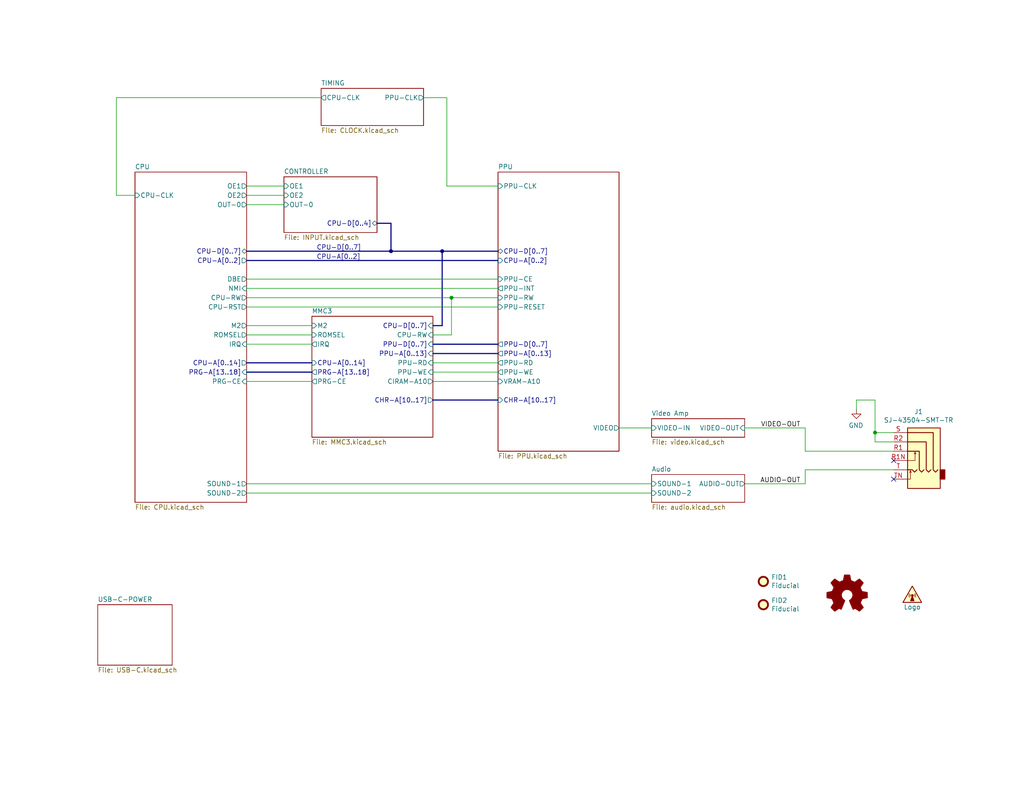
<source format=kicad_sch>
(kicad_sch (version 20211123) (generator eeschema)
  (paper "A")
  (title_block (title "InGame-NES MMC3") (date "2022-08-02") (rev "2") (company "Late to the Game"))
  (lib_symbols
    (symbol "Connector:AudioJack4_SwitchTR1"
      (property "Reference" "J" (at 0 11.43 0))
      (property "Value" "AudioJack4_SwitchTR1" (at 0 8.89 0))
      (symbol "AudioJack4_SwitchTR1_0_1"
        (rectangle (start -7.62 -5.08) (end -8.89 -7.62) (stroke (width 0.254)) (fill (type outline)))
        (polyline (pts (xy 1.27 -5.08) (xy 2.54 -5.08)))
        (polyline (pts (xy 1.27 2.54) (xy 2.54 2.54)))
        (polyline (pts (xy 2.54 0) (xy 1.27 0)))
        (polyline (pts (xy 2.54 5.08) (xy 1.27 5.08)))
        (rectangle (start 1.27 6.35) (end -7.62 -10.16) (stroke (width 0.254)) (fill (type background)))
      )
      (symbol "AudioJack4_SwitchTR1_1_1"
        (polyline (pts (xy -0.762 -0.254) (xy -0.508 -0.762)))
        (polyline (pts (xy 0.508 -5.334) (xy 0.762 -5.842)))
        (polyline (pts (xy -1.27 -5.08) (xy -0.635 -5.715) (xy 0 -5.08) (xy 1.27 -5.08)) (stroke (width 0.254)))
        (polyline (pts (xy 2.54 -7.62) (xy 0.508 -7.62) (xy 0.508 -5.334) (xy 0.254 -5.842)))
        (polyline (pts (xy 2.54 -2.54) (xy -0.762 -2.54) (xy -0.762 -0.254) (xy -1.016 -0.762)))
        (polyline (pts (xy -3.175 -5.08) (xy -2.54 -5.715) (xy -1.905 -5.08) (xy -1.905 0) (xy 1.27 0)) (stroke (width 0.254)))
        (polyline (pts (xy 1.27 2.54) (xy -3.81 2.54) (xy -3.81 -5.08) (xy -4.445 -5.715) (xy -5.08 -5.08)) (stroke (width 0.254)))
        (polyline (pts (xy 1.27 5.08) (xy -5.715 5.08) (xy -5.715 -5.08) (xy -6.35 -5.715) (xy -6.985 -5.08)) (stroke (width 0.254)))
        (pin passive line (at 5.08 0 180) (length 2.54) (name "~") (number "R1"))
        (pin passive line (at 5.08 -2.54 180) (length 2.54) (name "~") (number "R1N"))
        (pin passive line (at 5.08 2.54 180) (length 2.54) (name "~") (number "R2"))
        (pin passive line (at 5.08 5.08 180) (length 2.54) (name "~") (number "S"))
        (pin passive line (at 5.08 -5.08 180) (length 2.54) (name "~") (number "T"))
        (pin passive line (at 5.08 -7.62 180) (length 2.54) (name "~") (number "TN"))
      )
    )
    (symbol "Graphic:Logo_Open_Hardware_Small" (pin_names (offset 1.016))
      (symbol "Logo_Open_Hardware_Small_0_1"
        (polyline (pts (xy 3.3528 -4.3434) (xy 3.302 -4.318) (xy 3.175 -4.2418) (xy 2.9972 -4.1148) (xy 2.7686 -3.9624) (xy 2.54 -3.81) (xy 2.3622 -3.7084) (xy 2.2352 -3.6068) (xy 2.1844 -3.5814) (xy 2.159 -3.6068) (xy 2.0574 -3.6576) (xy 1.905 -3.7338) (xy 1.8034 -3.7846) (xy 1.6764 -3.8354) (xy 1.6002 -3.8354) (xy 1.6002 -3.8354) (xy 1.5494 -3.7338) (xy 1.4732 -3.5306) (xy 1.3462 -3.302) (xy 1.2446 -3.0226) (xy 1.1176 -2.7178) (xy 0.9652 -2.413) (xy 0.8636 -2.1082) (xy 0.7366 -1.8288) (xy 0.6604 -1.6256) (xy 0.6096 -1.4732) (xy 0.5842 -1.397) (xy 0.5842 -1.397) (xy 0.6604 -1.3208) (xy 0.7874 -1.2446) (xy 1.0414 -1.016) (xy 1.2954 -0.6858) (xy 1.4478 -0.3302) (xy 1.524 0.0762) (xy 1.4732 0.4572) (xy 1.3208 0.8128) (xy 1.0668 1.143) (xy 0.762 1.3716) (xy 0.4064 1.524) (xy 0 1.5748) (xy -0.381 1.5494) (xy -0.7366 1.397) (xy -1.0668 1.143) (xy -1.2192 0.9906) (xy -1.397 0.6604) (xy -1.524 0.3048) (xy -1.524 0.2286) (xy -1.4986 -0.1778) (xy -1.397 -0.5334) (xy -1.1938 -0.8636) (xy -0.9144 -1.143) (xy -0.8636 -1.1684) (xy -0.7366 -1.27) (xy -0.635 -1.3462) (xy -0.5842 -1.397) (xy -1.0668 -2.5908) (xy -1.143 -2.794) (xy -1.2954 -3.1242) (xy -1.397 -3.4036) (xy -1.4986 -3.6322) (xy -1.5748 -3.7846) (xy -1.6002 -3.8354) (xy -1.6002 -3.8354) (xy -1.651 -3.8354) (xy -1.7272 -3.81) (xy -1.905 -3.7338) (xy -2.0066 -3.683) (xy -2.1336 -3.6068) (xy -2.2098 -3.5814) (xy -2.2606 -3.6068) (xy -2.3622 -3.683) (xy -2.54 -3.81) (xy -2.7686 -3.9624) (xy -2.9718 -4.0894) (xy -3.1496 -4.2164) (xy -3.302 -4.318) (xy -3.3528 -4.3434) (xy -3.3782 -4.3434) (xy -3.429 -4.318) (xy -3.5306 -4.2164) (xy -3.7084 -4.064) (xy -3.937 -3.8354) (xy -3.9624 -3.81) (xy -4.1656 -3.6068) (xy -4.318 -3.4544) (xy -4.4196 -3.3274) (xy -4.445 -3.2766) (xy -4.445 -3.2766) (xy -4.4196 -3.2258) (xy -4.318 -3.0734) (xy -4.2164 -2.8956) (xy -4.064 -2.667) (xy -3.6576 -2.0828) (xy -3.8862 -1.5494) (xy -3.937 -1.3716) (xy -4.0386 -1.1684) (xy -4.0894 -1.0414) (xy -4.1148 -0.9652) (xy -4.191 -0.9398) (xy -4.318 -0.9144) (xy -4.5466 -0.8636) (xy -4.8006 -0.8128) (xy -5.0546 -0.7874) (xy -5.2578 -0.7366) (xy -5.4356 -0.7112) (xy -5.5118 -0.6858) (xy -5.5118 -0.6858) (xy -5.5372 -0.635) (xy -5.5372 -0.5588) (xy -5.5372 -0.4318) (xy -5.5626 -0.2286) (xy -5.5626 0.0762) (xy -5.5626 0.127) (xy -5.5372 0.4064) (xy -5.5372 0.635) (xy -5.5372 0.762) (xy -5.5372 0.8382) (xy -5.5372 0.8382) (xy -5.461 0.8382) (xy -5.3086 0.889) (xy -5.08 0.9144) (xy -4.826 0.9652) (xy -4.8006 0.9906) (xy -4.5466 1.0414) (xy -4.318 1.0668) (xy -4.1656 1.1176) (xy -4.0894 1.143) (xy -4.0894 1.143) (xy -4.0386 1.2446) (xy -3.9624 1.4224) (xy -3.8608 1.6256) (xy -3.7846 1.8288) (xy -3.7084 2.0066) (xy -3.6576 2.159) (xy -3.6322 2.2098) (xy -3.6322 2.2098) (xy -3.683 2.286) (xy -3.7592 2.413) (xy -3.8862 2.5908) (xy -4.064 2.8194) (xy -4.064 2.8448) (xy -4.2164 3.0734) (xy -4.3434 3.2512) (xy -4.4196 3.3782) (xy -4.445 3.4544) (xy -4.445 3.4544) (xy -4.3942 3.5052) (xy -4.2926 3.6322) (xy -4.1148 3.81) (xy -3.937 4.0132) (xy -3.8608 4.064) (xy -3.6576 4.2926) (xy -3.5052 4.4196) (xy -3.4036 4.4958) (xy -3.3528 4.5212) (xy -3.3528 4.5212) (xy -3.302 4.4704) (xy -3.1496 4.3688) (xy -2.9718 4.2418) (xy -2.7432 4.0894) (xy -2.7178 4.0894) (xy -2.4892 3.937) (xy -2.3114 3.81) (xy -2.1844 3.7084) (xy -2.1336 3.683) (xy -2.1082 3.683) (xy -2.032 3.7084) (xy -1.8542 3.7592) (xy -1.6764 3.8354) (xy -1.4732 3.937) (xy -1.27 4.0132) (xy -1.143 4.064) (xy -1.0668 4.1148) (xy -1.0668 4.1148) (xy -1.0414 4.191) (xy -1.016 4.3434) (xy -0.9652 4.572) (xy -0.9144 4.8514) (xy -0.889 4.9022) (xy -0.8382 5.1562) (xy -0.8128 5.3848) (xy -0.7874 5.5372) (xy -0.762 5.588) (xy -0.7112 5.6134) (xy -0.5842 5.6134) (xy -0.4064 5.6134) (xy -0.1524 5.6134) (xy 0.0762 5.6134) (xy 0.3302 5.6134) (xy 0.5334 5.6134) (xy 0.6858 5.588) (xy 0.7366 5.588) (xy 0.7366 5.588) (xy 0.762 5.5118) (xy 0.8128 5.334) (xy 0.8382 5.1054) (xy 0.9144 4.826) (xy 0.9144 4.7752) (xy 0.9652 4.5212) (xy 1.016 4.2926) (xy 1.0414 4.1402) (xy 1.0668 4.0894) (xy 1.0668 4.0894) (xy 1.1938 4.0386) (xy 1.3716 3.9624) (xy 1.5748 3.8608) (xy 2.0828 3.6576) (xy 2.7178 4.0894) (xy 2.7686 4.1402) (xy 2.9972 4.2926) (xy 3.175 4.4196) (xy 3.302 4.4958) (xy 3.3782 4.5212) (xy 3.3782 4.5212) (xy 3.429 4.4704) (xy 3.556 4.3434) (xy 3.7338 4.191) (xy 3.9116 3.9878) (xy 4.064 3.8354) (xy 4.2418 3.6576) (xy 4.3434 3.556) (xy 4.4196 3.4798) (xy 4.4196 3.429) (xy 4.4196 3.4036) (xy 4.3942 3.3274) (xy 4.2926 3.2004) (xy 4.1656 2.9972) (xy 4.0132 2.794) (xy 3.8862 2.5908) (xy 3.7592 2.3876) (xy 3.6576 2.2352) (xy 3.6322 2.159) (xy 3.6322 2.1336) (xy 3.683 2.0066) (xy 3.7592 1.8288) (xy 3.8608 1.6002) (xy 4.064 1.1176) (xy 4.3942 1.0414) (xy 4.5974 1.016) (xy 4.8768 0.9652) (xy 5.1308 0.9144) (xy 5.5372 0.8382) (xy 5.5626 -0.6604) (xy 5.4864 -0.6858) (xy 5.4356 -0.6858) (xy 5.2832 -0.7366) (xy 5.0546 -0.762) (xy 4.8006 -0.8128) (xy 4.5974 -0.8636) (xy 4.3688 -0.9144) (xy 4.2164 -0.9398) (xy 4.1402 -0.9398) (xy 4.1148 -0.9652) (xy 4.064 -1.0668) (xy 3.9878 -1.2446) (xy 3.9116 -1.4478) (xy 3.81 -1.651) (xy 3.7338 -1.8542) (xy 3.683 -2.0066) (xy 3.6576 -2.0828) (xy 3.683 -2.1336) (xy 3.7846 -2.2606) (xy 3.8862 -2.4638) (xy 4.0386 -2.667) (xy 4.191 -2.8956) (xy 4.318 -3.0734) (xy 4.3942 -3.2004) (xy 4.445 -3.2766) (xy 4.4196 -3.3274) (xy 4.3434 -3.429) (xy 4.1656 -3.5814) (xy 3.937 -3.8354) (xy 3.8862 -3.8608) (xy 3.683 -4.064) (xy 3.5306 -4.2164) (xy 3.4036 -4.318) (xy 3.3528 -4.3434)) (fill (type outline)))
      )
    )
    (symbol "Graphic:SYM_Radio_Waves_Small" (pin_names (offset 1.016) hide)
      (symbol "SYM_Radio_Waves_Small_0_1"
        (arc (start -0.762 0.508) (mid -0.9158 0) (end -0.762 -0.508))
        (arc (start -0.508 0.254) (mid -0.568 0) (end -0.508 -0.254))
        (polyline (pts (xy -2.54 -1.905) (xy 2.54 -1.905) (xy 0 2.54) (xy -2.54 -1.905)) (stroke (width 0.254)) (fill (type background)))
        (polyline (pts (xy -0.508 -1.524) (xy 0.508 -1.524) (xy 0 0) (xy -0.508 -1.524)) (fill (type outline)))
        (circle (center 0 0) (radius 0.254) (fill (type outline)))
        (arc (start 0.508 -0.254) (mid 0.568 0) (end 0.508 0.254))
        (arc (start 0.762 -0.508) (mid 0.9158 0) (end 0.762 0.508))
      )
    )
    (symbol "Mechanical:Fiducial"
      (property "Reference" "FID" (at 0 5.08 0))
      (property "Value" "Fiducial" (at 0 3.175 0))
      (symbol "Fiducial_0_1"
        (circle (center 0 0) (radius 1.27) (stroke (width 0.508)) (fill (type background)))
      )
    )
    (symbol "Mechanical:MountingHole" (pin_names (offset 1.016))
      (property "Reference" "H" (at 0 5.08 0))
      (property "Value" "MountingHole" (at 0 3.175 0))
      (symbol "MountingHole_0_1"
        (circle (center 0 0) (radius 1.27) (stroke (width 1.27)))
      )
    )
    (symbol "power:GND" (power) (pin_names (offset 0))
      (property "Value" "GND" (at 0 -3.81 0))
      (symbol "GND_0_1"
        (polyline (pts (xy 0 0) (xy 0 -1.27) (xy 1.27 -1.27) (xy 0 -2.54) (xy -1.27 -1.27) (xy 0 -1.27)))
      )
      (symbol "GND_1_1"
        (pin power_in line (at 0 0 270) (length 0) hide (name "GND") (number "1"))
      )
    )
  )
  (junction (at 123.19 81.28))
  (junction (at 238.76 118.11))
  (junction (at 106.68 68.58))
  (junction (at 120.65 68.58))
  (no_connect (at 243.84 130.81))
  (no_connect (at 243.84 125.73))
  (wire (pts (xy 243.84 118.11) (xy 238.76 118.11)))
  (bus (pts (xy 120.65 68.58) (xy 135.89 68.58)))
  (wire (pts (xy 67.31 93.98) (xy 85.09 93.98)))
  (wire (pts (xy 135.89 83.82) (xy 67.31 83.82)))
  (bus (pts (xy 118.11 109.22) (xy 135.89 109.22)))
  (polyline (pts (xy -83.82 250.19) (xy -83.82 200.66)))
  (wire (pts (xy 243.84 120.65) (xy 238.76 120.65)))
  (polyline (pts (xy -43.18 200.66) (xy -43.18 250.19)))
  (bus (pts (xy 106.68 60.96) (xy 106.68 68.58)))
  (wire (pts (xy 121.92 26.67) (xy 115.57 26.67)))
  (wire (pts (xy 238.76 120.65) (xy 238.76 118.11)))
  (wire (pts (xy 67.31 81.28) (xy 123.19 81.28)))
  (wire (pts (xy 67.31 132.08) (xy 177.8 132.08)))
  (wire (pts (xy 238.76 118.11) (xy 238.76 109.22)))
  (wire (pts (xy 233.68 109.22) (xy 233.68 111.76)))
  (bus (pts (xy 120.65 88.9) (xy 120.65 68.58)))
  (wire (pts (xy 203.2 116.84) (xy 219.71 116.84)))
  (bus (pts (xy 106.68 68.58) (xy 120.65 68.58)))
  (bus (pts (xy 102.87 60.96) (xy 106.68 60.96)))
  (wire (pts (xy 121.92 26.67) (xy 121.92 50.8)))
  (wire (pts (xy 121.92 50.8) (xy 135.89 50.8)))
  (wire (pts (xy 67.31 88.9) (xy 85.09 88.9)))
  (wire (pts (xy 67.31 134.62) (xy 177.8 134.62)))
  (bus (pts (xy 118.11 96.52) (xy 135.89 96.52)))
  (wire (pts (xy 219.71 128.27) (xy 243.84 128.27)))
  (wire (pts (xy 67.31 91.44) (xy 85.09 91.44)))
  (polyline (pts (xy -83.82 200.66) (xy -43.18 200.66)))
  (wire (pts (xy 219.71 128.27) (xy 219.71 132.08)))
  (wire (pts (xy 36.83 53.34) (xy 31.75 53.34)))
  (wire (pts (xy 31.75 53.34) (xy 31.75 26.67)))
  (wire (pts (xy 203.2 132.08) (xy 219.71 132.08)))
  (wire (pts (xy 243.84 123.19) (xy 219.71 123.19)))
  (bus (pts (xy 118.11 93.98) (xy 135.89 93.98)))
  (wire (pts (xy 67.31 76.2) (xy 135.89 76.2)))
  (wire (pts (xy 118.11 104.14) (xy 135.89 104.14)))
  (bus (pts (xy 67.31 99.06) (xy 85.09 99.06)))
  (bus (pts (xy 67.31 68.58) (xy 106.68 68.58)))
  (wire (pts (xy 118.11 91.44) (xy 123.19 91.44)))
  (wire (pts (xy 118.11 101.6) (xy 135.89 101.6)))
  (wire (pts (xy 123.19 91.44) (xy 123.19 81.28)))
  (wire (pts (xy 67.31 104.14) (xy 85.09 104.14)))
  (polyline (pts (xy -43.18 250.19) (xy -83.82 250.19)))
  (wire (pts (xy 219.71 116.84) (xy 219.71 123.19)))
  (wire (pts (xy 67.31 78.74) (xy 135.89 78.74)))
  (bus (pts (xy 67.31 101.6) (xy 85.09 101.6)))
  (bus (pts (xy 118.11 88.9) (xy 120.65 88.9)))
  (wire (pts (xy 67.31 55.88) (xy 77.47 55.88)))
  (wire (pts (xy 31.75 26.67) (xy 87.63 26.67)))
  (wire (pts (xy 238.76 109.22) (xy 233.68 109.22)))
  (wire (pts (xy 123.19 81.28) (xy 135.89 81.28)))
  (wire (pts (xy 168.91 116.84) (xy 177.8 116.84)))
  (wire (pts (xy 67.31 50.8) (xy 77.47 50.8)))
  (wire (pts (xy 67.31 53.34) (xy 77.47 53.34)))
  (bus (pts (xy 67.31 71.12) (xy 135.89 71.12)))
  (wire (pts (xy 118.11 99.06) (xy 135.89 99.06)))
  (text "mapper 42 SIGNALS + VCC + GND\n\nM2\nROMSEL\nIRQ\n\nPRG-ROM-A[13..18]\nPRG-CE\nPRG-OE\nPRG-RAM-CE\nPRG-RAM-CEn\nPRG-RAM-WE\nCPU-D[0..7]\nCPU-A0,A13,A14\nCPU-RW\n\nPPU-A[10..12]\nPPU-!A13\nPPU-WR\nPPU-RD\nCIRAM-A10\nCHR-A[10..17]\n\nEXP AUDIO\n\nPCIE Express Mini 52 pins\n2041119-1\nheight 4.0mm" (at 328.93 162.56 0) (effects (font (size 1.27 1.27)) (justify left bottom)))
  (text "CTIA standard 3RCA\nTip Left Audio\nRing 1 Right Audio\nRing 2 Ground\nSleeve Video" (at 285.75 127 0) (effects (font (size 1.27 1.27)) (justify left bottom)))
  (text "CIRAM:  This is the internal 2K of video RAM located at 0000-1FFF in the\n        PPU's address space.  It stands for 'Character Internal RAM'\n\nP-ROM:  Same as PRG ROM, or VROM.\n\nC-ROM:  Same as CHR ROM.\n\nC-RAM:  Same as CHR RAM.\n\n\n\nPPU access:  You have A0-A13, /A13, D0-D7, /WR and /RD.  A13 is usually\nconnected to /CE of the CIRAM to enable it for addresses 0000-1FFF.  \nLikewise, /A13 is usually used to enable the C-ROM or C-RAM on the cart\n(which is then mapped into 2000-3FFF).  \n\nRelated to the PPU is the CIRAM.  You have two lines of it to use as you\nsee fit.  There are many ways they can be put to use...\n\n1) You can disable the CIRAM all together by pulling pin 57 high.  You can\nthen place  4K of RAM onto the bus with it's /CE tied to pin 58.  This\nwill place that 4K of RAM at 0000-1FFF.  Gauntlet is an example of a cart\nthat does this.  (The carts I've seen use a 6264 8K RAM with A12 tied\nlow so it's effectively 4K).\n\n2) Horizontal / Vertical mirroring.  A10 of the CIRAM was brought out to\nthe cart edge for just this reason.  If you tie it to A10, you'll get\nvertical mirroring; since the first two banks will be in sequence.\nHowever, if you tie it to A11, you'll get horizontal mirroring; adjacent\ntwin banks will be the same.\n\n3) The MMCs can control the A10 line of the CIRAM to change either the\nscreen or mirroring type on the fly.  \n\n4) The LS161 mappers can change the state of the A10 line; however why\nthis would be desireable is anyone's guess. :-)" (at 284.48 81.28 0) (effects (font (size 1.27 1.27)) (justify left bottom)))
  (text "M2 : Also called PHI2 (φ2) in official docs (however, see the CPU M2 and CLK description for additional details). This is the CPU clock output. When this signal is high, this means the CPU bus address and data lines are in a stable state and can be latched by external hardware. \nOn reads, the data must be stable until this signal goes low.\nCPU R/W : The Read/Write signal output from the CPU. This signal is high during CPU reads and low during CPU writes (switches from one mode to another only when M2 is low).\nCPU A0..A14 : Also called just A0..A14 in official docs, or CPU A0..A14 (to not confuse with address outputs of mappers sharing the same number). This is the CPU address bus. It is stable when M2 is high. Note that A15 exists, but is not directly available on the connector.\nCPU D0..D7 : Also called just D0..D7 in official docs, or CPU D0..D7. This is the CPU bidirectional data bus. It goes high impedance on reads, allowing external memory chips to place their data here.\n/ROMSEL: This pin outputs the logical NAND of M2 and CPU A15. It is low when the CPU reads or writes to $8000-$FFFF and when the address is stable, allowing to enable ROM chips directly. \nAdvanced mappers use more logic between this pin and the actual PRG /CE (to avoid bus conflicts, for example). Using this signal is the only way to determine the state of A15, so it's needed for any mappers doing any address decoding.\n/IRQ : Interrupt request input. Pull low to trigger an interrupt to the CPU. There is an internal pull-up resistor in the NES/Famicom, so it can be left floating if interrupts aren't used. \nNES hardware can safely pull the pin high or low, but PlayChoice-10 modules must treat it as an open-collector input.\nAudio from 2A03 : Audio output from the 2A03's sound generation hardware, already amplified. Only exists with 60-pins connectors.\nAudio to RF : Usually just tied to the audio from 2A03. This one goes directly to the sound output of the console. This allows cartridges to mix audio with their own audio sources. This is not directly present on 72-pins connectors.\nEXP0..9 : Pins that goes to the expansion port on the bottom of the NES units (not present on Famicoms). Have various uses.\nEXP 0 : Used by CopyNES in its cartridge reprogramming mode.\nEXP 2 : Used by some Famicom to NES converters as audio input, because this pin is just straight ahead of the Audio In pin. The NES has to be modified to mix that with the normal audio.\nEXP 5 : Used by MMC5 cartridges as an open emitter input to the cartridge. Pulling this pin high will force the PRG RAM to be transparent to all reads from it, bypassing any state of the MMC5. \nWrites aren't disabled in this mode, though. Leave this pin unconnected or tie it to ground will have the PRG RAM working normally (MMC5 carts have their internal pull-down resistor). Only a device that plugs in the expansion port under the NES could make an use of this pin.\nEXP 6 : Used by the PowerPak and by MMC5 cartridges for expansion audio. A device that plugs into the expansion port under the NES could allow these cartridge to use expansion audio on a NES without using a screwdriver.\nEXP 9 : Top-loader users wishing to audio-mod for PowerPak expansion audio will often bridge EXP6 to EXP9, because EXP6 is missing on that model NES.\nPPU /WR : Also called /WE in official docs. This signal is low when the PPU is writing. On its falling edge, the address and data are stable.\nPPU /RD : Also called /RD in official docs. This signal is low when the PPU is reading. On its falling edge, the address is stable, and the data should be stable until its rising edge.\nPPU A0..A13 : Also called PA0..13 in official docs. This is the PPU's address bus. Most boards tie PA13 directly to the /CE of CHR ROM or CHR RAM to map it into pattern table space ($0000-$1FFF) without any extra logic.\nPPU D0..D7 : Also called PD0..7 in official documentation. This is the PPU's bidirectional data bus. Goes high impedance when PPU /RD goes low allowing memory devices to place their data here.\nPPU /A13 : The inverted form of PPU A13. Typically used to map nametables and attribute tables to $2000-$3FFF.\nCIRAM /CE : Also called VRAM /CS. This signal is used as an input to enable the internal 2k of VRAM (used for name table and attribute tables typically, but could be made for another use). \nThis signal is usually directly connected with PPU /A13, but carts using their own RAM for name table and attribute tables will have their own logic implemented.\nCIRAM A10 : Also called VRAM A10. This is the 1k bank selection input for internal VRAM. This is used to control how the name tables are banked; in other words, this selects nametable mirroring. \nConnect to PPU A10 for vertical mirroring or PPU A11 for horizontal mirroring. Connect it to a software operated latch to allow bank switching of two separate name tables in single-screen mirroring (as in AxROM). \nMany mappers have software operated mirroring selection: they multiplex PPU A10 and PPU A11 into this pin, selected by a latch." (at 0 283.21 0) (effects (font (size 1.27 1.27)) (justify left bottom)))
  (text "NES Game Cart Housing\nPCB clearance to case 5.75mm both halves\nPCB thickness 1.2mm" (at 284.48 203.2 0) (effects (font (size 1.27 1.27)) (justify left bottom)))
  (label "AUDIO-OUT" (at 218.44 132.08 180))
  (label "CPU-D[0..7]" (at 86.36 68.58 0))
  (label "VIDEO-OUT" (at 218.44 116.84 180))
  (label "CPU-A[0..2]" (at 86.36 71.12 0))
  (symbol (lib_id "Mechanical:Fiducial") (at 208.28 158.75 0) (unit 1) (in_bom no)
    (property "Reference" "FID1" (at 210.439 157.5816 0) (effects (justify left)))
    (property "Value" "Fiducial" (at 210.439 159.893 0) (effects (justify left)))
    (property "Footprint" "Fiducial:Fiducial_1.5mm_Mask3mm" (effects hide))
  )
  (symbol (lib_id "Graphic:Logo_Open_Hardware_Small") (at 231.14 162.56 0) (unit 1) (in_bom no) (on_board no)
    (property "Reference" "#LOGO1" (effects hide))
    (property "Value" "Logo_Open_Hardware_Small" (effects hide))
    (property "Footprint" "Symbol:OSHW-Logo2_7.3x6mm_Copper" (effects hide))
  )
  (symbol (lib_id "Mechanical:Fiducial") (at 208.28 165.1 0) (unit 1) (in_bom no)
    (property "Reference" "FID2" (at 210.439 163.9316 0) (effects (justify left)))
    (property "Value" "Fiducial" (at 210.439 166.243 0) (effects (justify left)))
    (property "Footprint" "Fiducial:Fiducial_1.5mm_Mask3mm" (effects hide))
  )
  (symbol (lib_id "Mechanical:MountingHole") (at -67.31 218.44 0) (unit 1) (in_bom no)
    (property "Reference" "H3" (at -64.77 217.2716 0) (effects (justify left)))
    (property "Value" "MountingHole_3.5mm" (at -64.77 219.583 0) (effects (justify left)))
    (property "Footprint" "MountingHole:MountingHole_3.5mm" (effects hide))
  )
  (symbol (lib_id "Mechanical:MountingHole") (at -63.5 223.52 0) (unit 1) (in_bom no)
    (property "Reference" "H4" (at -60.96 222.3516 0) (effects (justify left)))
    (property "Value" "MountingHole_M6" (at -60.96 224.663 0) (effects (justify left)))
    (property "Footprint" "MountingHole:MountingHole_6.4mm_M6" (effects hide))
  )
  (symbol (lib_id "Mechanical:MountingHole") (at -50.8 236.22 0) (unit 1) (in_bom no)
    (property "Reference" "#H6" (at -48.26 235.0516 0) (effects (justify left)))
    (property "Value" "MountingHole_M5" (at -48.26 237.363 0) (effects (justify left)))
    (property "Footprint" "MountingHole:MountingHole_5.3mm_M5" (effects hide))
  )
  (symbol (lib_id "Mechanical:MountingHole") (at -76.2 236.22 0) (unit 1) (in_bom no)
    (property "Reference" "#H2" (at -73.66 235.0516 0) (effects (justify left)))
    (property "Value" "MountingHole_M5" (at -73.66 237.363 0) (effects (justify left)))
    (property "Footprint" "MountingHole:MountingHole_5.3mm_M5" (effects hide))
  )
  (symbol (lib_id "Mechanical:MountingHole") (at -50.8 210.82 0) (unit 1) (in_bom no)
    (property "Reference" "#H5" (at -48.26 209.6516 0) (effects (justify left)))
    (property "Value" "MountingHole_M3" (at -48.26 211.963 0) (effects (justify left)))
    (property "Footprint" "MountingHole:MountingHole_3mm" (effects hide))
  )
  (symbol (lib_id "Mechanical:MountingHole") (at -76.2 210.82 0) (unit 1) (in_bom no)
    (property "Reference" "#H1" (at -73.66 209.6516 0) (effects (justify left)))
    (property "Value" "MountingHole_M3" (at -73.66 211.963 0) (effects (justify left)))
    (property "Footprint" "MountingHole:MountingHole_3mm" (effects hide))
  )
  (symbol (lib_id "Connector:AudioJack4_SwitchTR1") (at 248.92 123.19 0) (mirror y) (unit 1)
    (property "Reference" "J1" (at 250.6472 112.395 0))
    (property "Value" "SJ-43504-SMT-TR" (at 250.6472 114.7064 0))
    (property "Footprint" "footprints:CUI_SJ-43504-SMT-TR" (effects hide))
    (property "Description" "CONN JACK 4COND 3.5MM SMD R/A" (effects hide))
    (property "Digikey" "CP-43504SJCT-ND" (effects hide))
    (property "MPN" "SJ-43504-SMT-TR" (effects hide))
  )
  (symbol (lib_id "power:GND") (at 233.68 111.76 0) (mirror y) (unit 1)
    (property "Reference" "#PWR0164" (effects hide))
    (property "Value" "GND" (at 233.553 116.1542 0))
  )
  (symbol (lib_id "Mechanical:MountingHole") (at -80.01 205.74 0) (unit 1) (in_bom no)
    (property "Reference" "#H7" (at -77.47 204.5716 0) (effects (justify left)))
    (property "Value" "MountingHole_M5" (at -77.47 206.883 0) (effects (justify left)))
    (property "Footprint" "MountingHole:MountingHole_5.3mm_M5" (effects hide))
  )
  (symbol (lib_id "Graphic:SYM_Radio_Waves_Small") (at 248.92 162.56 0) (unit 1) (in_bom no)
    (property "Reference" "SYM1" (effects hide))
    (property "Value" "Logo" (at 248.92 165.735 0))
    (property "Footprint" "footprints:RCR_waitforme" (effects hide))
  )
  (sheet (at 36.83 46.99) (size 30.48 90.17)
    (property "Sheet name" "CPU" (at 36.83 46.2784 0) (effects (justify left bottom)))
    (property "Sheet file" "CPU.kicad_sch" (at 36.83 137.7446 0) (effects (justify left top)))
    (pin "OUT-0" output (at 67.31 55.88 0))
    (pin "OE1" output (at 67.31 50.8 0))
    (pin "OE2" output (at 67.31 53.34 0))
    (pin "NMI" input (at 67.31 78.74 0))
    (pin "IRQ" input (at 67.31 93.98 0))
    (pin "CPU-RW" output (at 67.31 81.28 0))
    (pin "CPU-CLK" input (at 36.83 53.34 180))
    (pin "SOUND-1" output (at 67.31 132.08 0))
    (pin "SOUND-2" output (at 67.31 134.62 0))
    (pin "CPU-D[0..7]" bidirectional (at 67.31 68.58 0))
    (pin "ROMSEL" output (at 67.31 91.44 0))
    (pin "DBE" output (at 67.31 76.2 0))
    (pin "PRG-A[13..18]" input (at 67.31 101.6 0))
    (pin "CPU-A[0..2]" output (at 67.31 71.12 0))
    (pin "M2" output (at 67.31 88.9 0))
    (pin "PRG-CE" input (at 67.31 104.14 0))
    (pin "CPU-RST" output (at 67.31 83.82 0))
    (pin "CPU-A[0..14]" output (at 67.31 99.06 0))
  )
  (sheet (at 135.89 46.99) (size 33.02 76.2)
    (property "Sheet name" "PPU" (at 135.89 46.2784 0) (effects (justify left bottom)))
    (property "Sheet file" "PPU.kicad_sch" (at 135.89 123.7746 0) (effects (justify left top)))
    (pin "PPU-RW" input (at 135.89 81.28 180))
    (pin "PPU-CE" input (at 135.89 76.2 180))
    (pin "PPU-CLK" input (at 135.89 50.8 180))
    (pin "PPU-INT" output (at 135.89 78.74 180))
    (pin "PPU-RESET" input (at 135.89 83.82 180))
    (pin "CPU-A[0..2]" input (at 135.89 71.12 180))
    (pin "CPU-D[0..7]" bidirectional (at 135.89 68.58 180))
    (pin "CHR-A[10..17]" input (at 135.89 109.22 180))
    (pin "VIDEO" output (at 168.91 116.84 0))
    (pin "VRAM-A10" input (at 135.89 104.14 180))
    (pin "PPU-WE" output (at 135.89 101.6 180))
    (pin "PPU-RD" output (at 135.89 99.06 180))
    (pin "PPU-A[0..13]" output (at 135.89 96.52 180))
    (pin "PPU-D[0..7]" output (at 135.89 93.98 180))
  )
  (sheet (at 77.47 48.26) (size 25.4 15.24)
    (property "Sheet name" "CONTROLLER" (at 77.47 47.5484 0) (effects (justify left bottom)))
    (property "Sheet file" "INPUT.kicad_sch" (at 77.47 64.0846 0) (effects (justify left top)))
    (pin "OE2" input (at 77.47 53.34 180))
    (pin "OE1" input (at 77.47 50.8 180))
    (pin "CPU-D[0..4]" tri_state (at 102.87 60.96 0))
    (pin "OUT-0" input (at 77.47 55.88 180))
  )
  (sheet (at 87.63 24.13) (size 27.94 10.16)
    (property "Sheet name" "TIMING" (at 87.63 23.4184 0) (effects (justify left bottom)))
    (property "Sheet file" "CLOCK.kicad_sch" (at 87.63 34.8746 0) (effects (justify left top)))
    (pin "PPU-CLK" output (at 115.57 26.67 0))
    (pin "CPU-CLK" output (at 87.63 26.67 180))
  )
  (sheet (at 85.09 86.36) (size 33.02 33.02)
    (property "Sheet name" "MMC3" (at 85.09 85.6484 0) (effects (justify left bottom)))
    (property "Sheet file" "MMC3.kicad_sch" (at 85.09 119.9646 0) (effects (justify left top)))
    (pin "CPU-RW" input (at 118.11 91.44 0))
    (pin "CIRAM-A10" output (at 118.11 104.14 0))
    (pin "ROMSEL" input (at 85.09 91.44 180))
    (pin "M2" input (at 85.09 88.9 180))
    (pin "IRQ" output (at 85.09 93.98 180))
    (pin "CHR-A[10..17]" output (at 118.11 109.22 0))
    (pin "PRG-A[13..18]" output (at 85.09 101.6 180))
    (pin "CPU-D[0..7]" input (at 118.11 88.9 0))
    (pin "PRG-CE" output (at 85.09 104.14 180))
    (pin "PPU-WE" input (at 118.11 101.6 0))
    (pin "PPU-RD" input (at 118.11 99.06 0))
    (pin "PPU-A[0..13]" input (at 118.11 96.52 0))
    (pin "CPU-A[0..14]" input (at 85.09 99.06 180))
    (pin "PPU-D[0..7]" input (at 118.11 93.98 0))
  )
  (sheet (at 177.8 129.54) (size 25.4 7.62)
    (property "Sheet name" "Audio" (at 177.8 128.8284 0) (effects (justify left bottom)))
    (property "Sheet file" "audio.kicad_sch" (at 177.8 137.7446 0) (effects (justify left top)))
    (pin "SOUND-1" input (at 177.8 132.08 180))
    (pin "SOUND-2" input (at 177.8 134.62 180))
    (pin "AUDIO-OUT" output (at 203.2 132.08 0))
  )
  (sheet (at 177.8 114.3) (size 25.4 5.08)
    (property "Sheet name" "Video Amp" (at 177.8 113.5884 0) (effects (justify left bottom)))
    (property "Sheet file" "video.kicad_sch" (at 177.8 119.9646 0) (effects (justify left top)))
    (pin "VIDEO-IN" input (at 177.8 116.84 180))
    (pin "VIDEO-OUT" input (at 203.2 116.84 0))
  )
  (sheet (at 26.67 165.1) (size 20.32 16.51) (stroke (width 0.1524))
    (property "Sheet name" "USB-C-POWER" (at 26.67 164.3884 0) (effects (justify left bottom)))
    (property "Sheet file" "USB-C.kicad_sch" (at 26.67 182.1946 0) (effects (justify left top)))
  )
)
</source>
